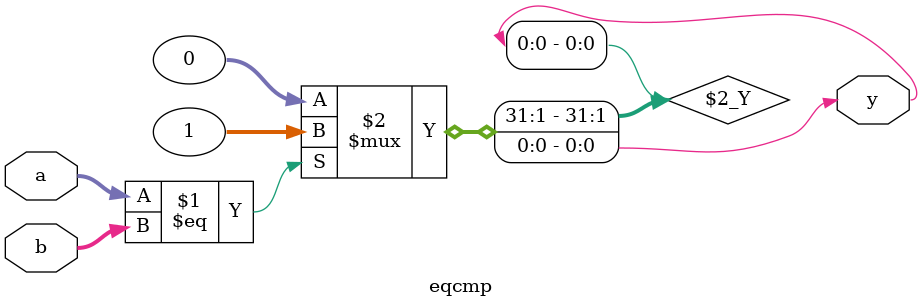
<source format=v>
`timescale 1ns / 1ps


module eqcmp(
	input wire [31:0] a,b,
	output wire y
    );

	assign y = (a == b) ? 1 : 0;
endmodule

</source>
